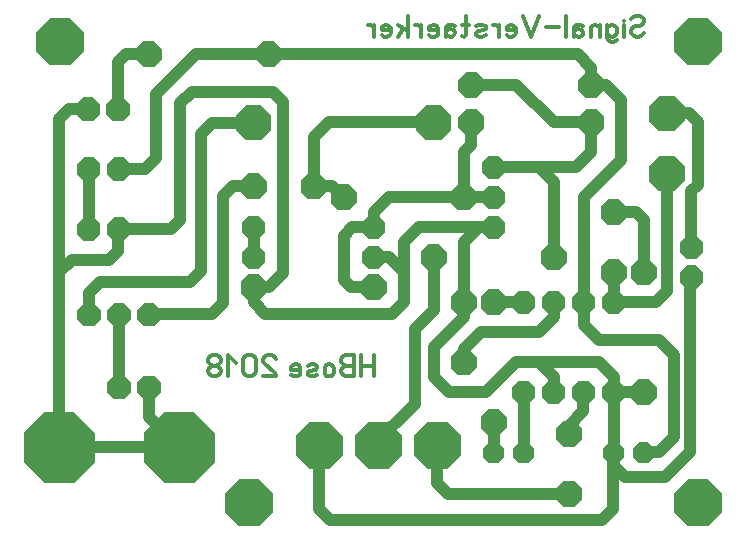
<source format=gbr>
%FSLAX34Y34*%
%MOMM*%
%LNCOPPER_BOTTOM*%
G71*
G01*
%ADD10C,1.000*%
%ADD11C,0.318*%
%LPD*%
G36*
X178850Y-91975D02*
X187625Y-83200D01*
X200075Y-83200D01*
X208850Y-91975D01*
X208850Y-104425D01*
X200075Y-113200D01*
X187625Y-113200D01*
X178850Y-104425D01*
X178850Y-91975D01*
G37*
G36*
X331250Y-91975D02*
X340025Y-83200D01*
X352475Y-83200D01*
X361250Y-91975D01*
X361250Y-104425D01*
X352475Y-113200D01*
X340025Y-113200D01*
X331250Y-104425D01*
X331250Y-91975D01*
G37*
G36*
X255650Y-156740D02*
X249215Y-163175D01*
X240085Y-163175D01*
X233650Y-156740D01*
X233650Y-147610D01*
X240085Y-141175D01*
X249215Y-141175D01*
X255650Y-147610D01*
X255650Y-156740D01*
G37*
G36*
X204850Y-156740D02*
X198415Y-163175D01*
X189285Y-163175D01*
X182850Y-156740D01*
X182850Y-147610D01*
X189285Y-141175D01*
X198415Y-141175D01*
X204850Y-147610D01*
X204850Y-156740D01*
G37*
G36*
X109576Y-250918D02*
X115426Y-256768D01*
X115426Y-265068D01*
X109576Y-270918D01*
X101276Y-270918D01*
X95426Y-265068D01*
X95426Y-256768D01*
X101276Y-250918D01*
X109576Y-250918D01*
G37*
G36*
X84176Y-250918D02*
X90026Y-256768D01*
X90026Y-265068D01*
X84176Y-270918D01*
X75876Y-270918D01*
X70026Y-265068D01*
X70026Y-256768D01*
X75876Y-250918D01*
X84176Y-250918D01*
G37*
G36*
X58776Y-250918D02*
X64626Y-256768D01*
X64626Y-265068D01*
X58776Y-270918D01*
X50476Y-270918D01*
X44626Y-265068D01*
X44626Y-256768D01*
X50476Y-250918D01*
X58776Y-250918D01*
G37*
G54D10*
X346250Y-98200D02*
X257350Y-98200D01*
X244650Y-110900D01*
X244650Y-152175D01*
G36*
X259050Y-157135D02*
X265485Y-150700D01*
X274615Y-150700D01*
X281050Y-157135D01*
X281050Y-166265D01*
X274615Y-172700D01*
X265485Y-172700D01*
X259050Y-166265D01*
X259050Y-157135D01*
G37*
G36*
X360650Y-157135D02*
X367085Y-150700D01*
X376215Y-150700D01*
X382650Y-157135D01*
X382650Y-166265D01*
X376215Y-172700D01*
X367085Y-172700D01*
X360650Y-166265D01*
X360650Y-157135D01*
G37*
G36*
X305450Y-191250D02*
X299600Y-197100D01*
X291300Y-197100D01*
X285450Y-191250D01*
X285450Y-182950D01*
X291300Y-177100D01*
X299600Y-177100D01*
X305450Y-182950D01*
X305450Y-191250D01*
G37*
G36*
X203850Y-191250D02*
X198000Y-197100D01*
X189700Y-197100D01*
X183850Y-191250D01*
X183850Y-182950D01*
X189700Y-177100D01*
X198000Y-177100D01*
X203850Y-182950D01*
X203850Y-191250D01*
G37*
G36*
X305450Y-216650D02*
X299600Y-222500D01*
X291300Y-222500D01*
X285450Y-216650D01*
X285450Y-208350D01*
X291300Y-202500D01*
X299600Y-202500D01*
X305450Y-208350D01*
X305450Y-216650D01*
G37*
G36*
X203850Y-216650D02*
X198000Y-222500D01*
X189700Y-222500D01*
X183850Y-216650D01*
X183850Y-208350D01*
X189700Y-202500D01*
X198000Y-202500D01*
X203850Y-208350D01*
X203850Y-216650D01*
G37*
G54D10*
X193850Y-187100D02*
X193850Y-212500D01*
G36*
X387050Y-157550D02*
X392900Y-151700D01*
X401200Y-151700D01*
X407050Y-157550D01*
X407050Y-165850D01*
X401200Y-171700D01*
X392900Y-171700D01*
X387050Y-165850D01*
X387050Y-157550D01*
G37*
G36*
X387050Y-132150D02*
X392900Y-126300D01*
X401200Y-126300D01*
X407050Y-132150D01*
X407050Y-140450D01*
X401200Y-146300D01*
X392900Y-146300D01*
X387050Y-140450D01*
X387050Y-132150D01*
G37*
G36*
X387050Y-182950D02*
X392900Y-177100D01*
X401200Y-177100D01*
X407050Y-182950D01*
X407050Y-191250D01*
X401200Y-197100D01*
X392900Y-197100D01*
X387050Y-191250D01*
X387050Y-182950D01*
G37*
G36*
X182850Y-233335D02*
X189285Y-226900D01*
X198415Y-226900D01*
X204850Y-233335D01*
X204850Y-242465D01*
X198415Y-248900D01*
X189285Y-248900D01*
X182850Y-242465D01*
X182850Y-233335D01*
G37*
G36*
X284450Y-233335D02*
X290885Y-226900D01*
X300015Y-226900D01*
X306450Y-233335D01*
X306450Y-242465D01*
X300015Y-248900D01*
X290885Y-248900D01*
X284450Y-242465D01*
X284450Y-233335D01*
G37*
G36*
X367000Y-93635D02*
X373435Y-87200D01*
X382565Y-87200D01*
X389000Y-93635D01*
X389000Y-102765D01*
X382565Y-109200D01*
X373435Y-109200D01*
X367000Y-102765D01*
X367000Y-93635D01*
G37*
G36*
X468600Y-93635D02*
X475035Y-87200D01*
X484165Y-87200D01*
X490600Y-93635D01*
X490600Y-102765D01*
X484165Y-109200D01*
X475035Y-109200D01*
X468600Y-102765D01*
X468600Y-93635D01*
G37*
G54D10*
X295450Y-237900D02*
X276400Y-237900D01*
X270050Y-231550D01*
X270050Y-194250D01*
X277200Y-187100D01*
X295450Y-187100D01*
G54D10*
X295450Y-212500D02*
X308150Y-212500D01*
X320850Y-225200D01*
X320850Y-250600D01*
X311325Y-260125D01*
X203375Y-260125D01*
X193850Y-250600D01*
X193850Y-237900D01*
G54D10*
X295450Y-187100D02*
X295450Y-174400D01*
X308150Y-161700D01*
X371650Y-161700D01*
G54D10*
X371650Y-161700D02*
X371650Y-123600D01*
X378000Y-117250D01*
X378000Y-98200D01*
G54D10*
X397050Y-161700D02*
X371650Y-161700D01*
G54D10*
X397050Y-136300D02*
X466900Y-136300D01*
X479600Y-123600D01*
X479600Y-98200D01*
G54D10*
X397050Y-187100D02*
X333550Y-187100D01*
X320850Y-199800D01*
X320850Y-225200D01*
G36*
X367000Y-61885D02*
X373435Y-55450D01*
X382565Y-55450D01*
X389000Y-61885D01*
X389000Y-71015D01*
X382565Y-77450D01*
X373435Y-77450D01*
X367000Y-71015D01*
X367000Y-61885D01*
G37*
G36*
X468600Y-61885D02*
X475035Y-55450D01*
X484165Y-55450D01*
X490600Y-61885D01*
X490600Y-71015D01*
X484165Y-77450D01*
X475035Y-77450D01*
X468600Y-71015D01*
X468600Y-61885D01*
G37*
G36*
X458850Y-217065D02*
X452415Y-223500D01*
X443285Y-223500D01*
X436850Y-217065D01*
X436850Y-207935D01*
X443285Y-201500D01*
X452415Y-201500D01*
X458850Y-207935D01*
X458850Y-217065D01*
G37*
G36*
X357250Y-217065D02*
X350815Y-223500D01*
X341685Y-223500D01*
X335250Y-217065D01*
X335250Y-207935D01*
X341685Y-201500D01*
X350815Y-201500D01*
X357250Y-207935D01*
X357250Y-217065D01*
G37*
G54D10*
X447850Y-212500D02*
X447850Y-149000D01*
X435150Y-136300D01*
G36*
X455985Y-423525D02*
X449550Y-417090D01*
X449550Y-407960D01*
X455985Y-401525D01*
X465115Y-401525D01*
X471550Y-407960D01*
X471550Y-417090D01*
X465115Y-423525D01*
X455985Y-423525D01*
G37*
G36*
X455985Y-372725D02*
X449550Y-366290D01*
X449550Y-357160D01*
X455985Y-350725D01*
X465115Y-350725D01*
X471550Y-357160D01*
X471550Y-366290D01*
X465115Y-372725D01*
X455985Y-372725D01*
G37*
G36*
X418300Y-336800D02*
X412450Y-330950D01*
X412450Y-322650D01*
X418300Y-316800D01*
X426600Y-316800D01*
X432450Y-322650D01*
X432450Y-330950D01*
X426600Y-336800D01*
X418300Y-336800D01*
G37*
G36*
X443700Y-336800D02*
X437850Y-330950D01*
X437850Y-322650D01*
X443700Y-316800D01*
X452000Y-316800D01*
X457850Y-322650D01*
X457850Y-330950D01*
X452000Y-336800D01*
X443700Y-336800D01*
G37*
G36*
X469100Y-336800D02*
X463250Y-330950D01*
X463250Y-322650D01*
X469100Y-316800D01*
X477400Y-316800D01*
X483250Y-322650D01*
X483250Y-330950D01*
X477400Y-336800D01*
X469100Y-336800D01*
G37*
G36*
X494500Y-336800D02*
X488650Y-330950D01*
X488650Y-322650D01*
X494500Y-316800D01*
X502800Y-316800D01*
X508650Y-322650D01*
X508650Y-330950D01*
X502800Y-336800D01*
X494500Y-336800D01*
G37*
G36*
X418300Y-260600D02*
X412450Y-254750D01*
X412450Y-246450D01*
X418300Y-240600D01*
X426600Y-240600D01*
X432450Y-246450D01*
X432450Y-254750D01*
X426600Y-260600D01*
X418300Y-260600D01*
G37*
G36*
X443700Y-260600D02*
X437850Y-254750D01*
X437850Y-246450D01*
X443700Y-240600D01*
X452000Y-240600D01*
X457850Y-246450D01*
X457850Y-254750D01*
X452000Y-260600D01*
X443700Y-260600D01*
G37*
G36*
X469100Y-260600D02*
X463250Y-254750D01*
X463250Y-246450D01*
X469100Y-240600D01*
X477400Y-240600D01*
X483250Y-246450D01*
X483250Y-254750D01*
X477400Y-260600D01*
X469100Y-260600D01*
G37*
G36*
X494500Y-260600D02*
X488650Y-254750D01*
X488650Y-246450D01*
X494500Y-240600D01*
X502800Y-240600D01*
X508650Y-246450D01*
X508650Y-254750D01*
X502800Y-260600D01*
X494500Y-260600D01*
G37*
G54D10*
X473250Y-250600D02*
X473250Y-161700D01*
X505000Y-129950D01*
X505000Y-79150D01*
X492300Y-66450D01*
X479600Y-66450D01*
G36*
X388050Y-373865D02*
X393315Y-368600D01*
X400785Y-368600D01*
X406050Y-373865D01*
X406050Y-381335D01*
X400785Y-386600D01*
X393315Y-386600D01*
X388050Y-381335D01*
X388050Y-373865D01*
G37*
G36*
X413450Y-373865D02*
X418715Y-368600D01*
X426185Y-368600D01*
X431450Y-373865D01*
X431450Y-381335D01*
X426185Y-386600D01*
X418715Y-386600D01*
X413450Y-381335D01*
X413450Y-373865D01*
G37*
G36*
X392485Y-363200D02*
X386050Y-356765D01*
X386050Y-347635D01*
X392485Y-341200D01*
X401615Y-341200D01*
X408050Y-347635D01*
X408050Y-356765D01*
X401615Y-363200D01*
X392485Y-363200D01*
G37*
G36*
X392485Y-261600D02*
X386050Y-255165D01*
X386050Y-246035D01*
X392485Y-239600D01*
X401615Y-239600D01*
X408050Y-246035D01*
X408050Y-255165D01*
X401615Y-261600D01*
X392485Y-261600D01*
G37*
G54D10*
X422450Y-250600D02*
X397050Y-250600D01*
G54D10*
X422450Y-377600D02*
X422450Y-326800D01*
G54D10*
X397050Y-377600D02*
X397050Y-352200D01*
G36*
X367085Y-312400D02*
X360650Y-305965D01*
X360650Y-296835D01*
X367085Y-290400D01*
X376215Y-290400D01*
X382650Y-296835D01*
X382650Y-305965D01*
X376215Y-312400D01*
X367085Y-312400D01*
G37*
G36*
X367085Y-261600D02*
X360650Y-255165D01*
X360650Y-246035D01*
X367085Y-239600D01*
X376215Y-239600D01*
X382650Y-246035D01*
X382650Y-255165D01*
X376215Y-261600D01*
X367085Y-261600D01*
G37*
G54D10*
X371650Y-250600D02*
X371650Y-199800D01*
X384350Y-187100D01*
G54D10*
X447850Y-250600D02*
X447850Y-263300D01*
X435150Y-276000D01*
X385950Y-276000D01*
X371650Y-290300D01*
X371650Y-301400D01*
G54D10*
X371650Y-250600D02*
X371650Y-263300D01*
X346250Y-288700D01*
X346250Y-314100D01*
X358950Y-326800D01*
X390700Y-326800D01*
X416100Y-301400D01*
X485950Y-301400D01*
X498650Y-314100D01*
X498650Y-326800D01*
G54D10*
X447850Y-326800D02*
X447850Y-314100D01*
X435150Y-301400D01*
G36*
X494085Y-236200D02*
X487650Y-229765D01*
X487650Y-220635D01*
X494085Y-214200D01*
X503215Y-214200D01*
X509650Y-220635D01*
X509650Y-229765D01*
X503215Y-236200D01*
X494085Y-236200D01*
G37*
G36*
X494085Y-185400D02*
X487650Y-178965D01*
X487650Y-169835D01*
X494085Y-163400D01*
X503215Y-163400D01*
X509650Y-169835D01*
X509650Y-178965D01*
X503215Y-185400D01*
X494085Y-185400D01*
G37*
G54D10*
X498650Y-250600D02*
X498650Y-225200D01*
G36*
X519485Y-337800D02*
X513050Y-331365D01*
X513050Y-322235D01*
X519485Y-315800D01*
X528615Y-315800D01*
X535050Y-322235D01*
X535050Y-331365D01*
X528615Y-337800D01*
X519485Y-337800D01*
G37*
G36*
X519485Y-236200D02*
X513050Y-229765D01*
X513050Y-220635D01*
X519485Y-214200D01*
X528615Y-214200D01*
X535050Y-220635D01*
X535050Y-229765D01*
X528615Y-236200D01*
X519485Y-236200D01*
G37*
G36*
X489650Y-373865D02*
X494915Y-368600D01*
X502385Y-368600D01*
X507650Y-373865D01*
X507650Y-381335D01*
X502385Y-386600D01*
X494915Y-386600D01*
X489650Y-381335D01*
X489650Y-373865D01*
G37*
G36*
X515050Y-373865D02*
X520315Y-368600D01*
X527785Y-368600D01*
X533050Y-373865D01*
X533050Y-381335D01*
X527785Y-386600D01*
X520315Y-386600D01*
X515050Y-381335D01*
X515050Y-373865D01*
G37*
G54D10*
X498650Y-377600D02*
X498650Y-326800D01*
G54D10*
X524050Y-326800D02*
X498650Y-326800D01*
G54D10*
X498650Y-174400D02*
X517700Y-174400D01*
X524050Y-180750D01*
X524050Y-225200D01*
G54D10*
X473250Y-250600D02*
X473250Y-269650D01*
X485950Y-282350D01*
X536750Y-282350D01*
X549450Y-295050D01*
X549450Y-364900D01*
X536750Y-377600D01*
X524050Y-377600D01*
G36*
X549919Y-75462D02*
X558694Y-84236D01*
X558694Y-96686D01*
X549919Y-105462D01*
X537469Y-105462D01*
X528694Y-96686D01*
X528694Y-84236D01*
X537469Y-75462D01*
X549919Y-75462D01*
G37*
G36*
X549919Y-126262D02*
X558694Y-135036D01*
X558694Y-147486D01*
X549919Y-156262D01*
X537469Y-156262D01*
X528694Y-147486D01*
X528694Y-135036D01*
X537469Y-126262D01*
X549919Y-126262D01*
G37*
G36*
X554531Y-199619D02*
X560381Y-193769D01*
X568681Y-193769D01*
X574531Y-199619D01*
X574531Y-207919D01*
X568681Y-213769D01*
X560381Y-213769D01*
X554531Y-207919D01*
X554531Y-199619D01*
G37*
G36*
X554531Y-225019D02*
X560381Y-219169D01*
X568681Y-219169D01*
X574531Y-225019D01*
X574531Y-233319D01*
X568681Y-239169D01*
X560381Y-239169D01*
X554531Y-233319D01*
X554531Y-225019D01*
G37*
G36*
X49972Y-198659D02*
X44122Y-192809D01*
X44122Y-184509D01*
X49972Y-178659D01*
X58272Y-178659D01*
X64122Y-184509D01*
X64122Y-192809D01*
X58272Y-198659D01*
X49972Y-198659D01*
G37*
G36*
X75372Y-198659D02*
X69522Y-192809D01*
X69522Y-184509D01*
X75372Y-178659D01*
X83672Y-178659D01*
X89522Y-184509D01*
X89522Y-192809D01*
X83672Y-198659D01*
X75372Y-198659D01*
G37*
G36*
X93950Y-35691D02*
X100385Y-29256D01*
X109515Y-29256D01*
X115950Y-35691D01*
X115950Y-44821D01*
X109515Y-51256D01*
X100385Y-51256D01*
X93950Y-44821D01*
X93950Y-35691D01*
G37*
G36*
X195550Y-35691D02*
X201985Y-29256D01*
X211115Y-29256D01*
X217550Y-35691D01*
X217550Y-44821D01*
X211115Y-51256D01*
X201985Y-51256D01*
X195550Y-44821D01*
X195550Y-35691D01*
G37*
G36*
X83700Y-127887D02*
X89550Y-133737D01*
X89550Y-142037D01*
X83700Y-147887D01*
X75400Y-147887D01*
X69550Y-142037D01*
X69550Y-133737D01*
X75400Y-127887D01*
X83700Y-127887D01*
G37*
G36*
X58300Y-127887D02*
X64150Y-133737D01*
X64150Y-142037D01*
X58300Y-147887D01*
X50000Y-147887D01*
X44150Y-142037D01*
X44150Y-133737D01*
X50000Y-127887D01*
X58300Y-127887D01*
G37*
G54D11*
X295716Y-313008D02*
X295716Y-295231D01*
G54D11*
X285050Y-313008D02*
X285050Y-295231D01*
G54D11*
X295716Y-304120D02*
X285050Y-304120D01*
G54D11*
X278828Y-313008D02*
X278828Y-295231D01*
X272161Y-295231D01*
X269494Y-296342D01*
X268161Y-298564D01*
X268161Y-300786D01*
X269494Y-303008D01*
X272161Y-304120D01*
X269494Y-305231D01*
X268161Y-307453D01*
X268161Y-309675D01*
X269494Y-311897D01*
X272161Y-313008D01*
X278828Y-313008D01*
G54D11*
X278828Y-304120D02*
X272161Y-304120D01*
G54D11*
X253938Y-310342D02*
X253938Y-305897D01*
X255272Y-303675D01*
X257938Y-303008D01*
X260605Y-303675D01*
X261938Y-305897D01*
X261938Y-310342D01*
X260605Y-312564D01*
X257938Y-313008D01*
X255272Y-312564D01*
X253938Y-310342D01*
G54D11*
X247716Y-311897D02*
X245050Y-313008D01*
X242383Y-313008D01*
X239716Y-311897D01*
X239716Y-309675D01*
X241050Y-308564D01*
X246383Y-307453D01*
X247716Y-306342D01*
X247716Y-304120D01*
X245050Y-303008D01*
X242383Y-303008D01*
X239716Y-304120D01*
G54D11*
X225494Y-311897D02*
X227628Y-313008D01*
X230294Y-313008D01*
X232961Y-311897D01*
X233494Y-309675D01*
X233494Y-305897D01*
X232161Y-303675D01*
X229494Y-303008D01*
X226828Y-303675D01*
X225494Y-305231D01*
X225494Y-307453D01*
X233494Y-307453D01*
G54D11*
X202117Y-313008D02*
X212784Y-313008D01*
X212784Y-311897D01*
X211450Y-309675D01*
X203450Y-303008D01*
X202117Y-300786D01*
X202117Y-298564D01*
X203450Y-296342D01*
X206117Y-295231D01*
X208784Y-295231D01*
X211450Y-296342D01*
X212784Y-298564D01*
G54D11*
X185228Y-298564D02*
X185228Y-309675D01*
X186561Y-311897D01*
X189228Y-313008D01*
X191894Y-313008D01*
X194561Y-311897D01*
X195894Y-309675D01*
X195894Y-298564D01*
X194561Y-296342D01*
X191894Y-295231D01*
X189228Y-295231D01*
X186561Y-296342D01*
X185228Y-298564D01*
G54D11*
X179006Y-301897D02*
X172339Y-295231D01*
X172339Y-313008D01*
G54D11*
X159450Y-304120D02*
X162116Y-304120D01*
X164783Y-303008D01*
X166116Y-300786D01*
X166116Y-298564D01*
X164783Y-296342D01*
X162116Y-295231D01*
X159450Y-295231D01*
X156783Y-296342D01*
X155450Y-298564D01*
X155450Y-300786D01*
X156783Y-303008D01*
X159450Y-304120D01*
X156783Y-305231D01*
X155450Y-307453D01*
X155450Y-309675D01*
X156783Y-311897D01*
X159450Y-313008D01*
X162116Y-313008D01*
X164783Y-311897D01*
X166116Y-309675D01*
X166116Y-307453D01*
X164783Y-305231D01*
X162116Y-304120D01*
G54D11*
X524397Y-22177D02*
X523064Y-24400D01*
X520397Y-25511D01*
X517731Y-25511D01*
X515064Y-24400D01*
X513731Y-22177D01*
X513731Y-19955D01*
X515064Y-17733D01*
X517731Y-16622D01*
X520397Y-16622D01*
X523064Y-15511D01*
X524397Y-13288D01*
X524397Y-11066D01*
X523064Y-8844D01*
X520397Y-7733D01*
X517731Y-7733D01*
X515064Y-8844D01*
X513731Y-11066D01*
G54D11*
X507508Y-25511D02*
X507508Y-15511D01*
G54D11*
X507508Y-12177D02*
X507508Y-12177D01*
G54D11*
X501286Y-28844D02*
X498620Y-29955D01*
X496753Y-29955D01*
X494086Y-28844D01*
X493286Y-26622D01*
X493286Y-15511D01*
G54D11*
X493286Y-18400D02*
X494620Y-16177D01*
X497286Y-15511D01*
X499953Y-16177D01*
X501286Y-18400D01*
X501286Y-22844D01*
X499953Y-25066D01*
X497286Y-25511D01*
X494620Y-25066D01*
X493286Y-22844D01*
G54D11*
X487064Y-25511D02*
X487064Y-15511D01*
G54D11*
X487064Y-17733D02*
X485731Y-16177D01*
X483064Y-15511D01*
X480398Y-16177D01*
X479064Y-17733D01*
X479064Y-25511D01*
G54D11*
X472842Y-16622D02*
X470176Y-15511D01*
X466976Y-15511D01*
X464842Y-17733D01*
X464842Y-25511D01*
G54D11*
X464842Y-22177D02*
X466176Y-19955D01*
X468842Y-19511D01*
X471509Y-19955D01*
X472842Y-22177D01*
X472309Y-24400D01*
X470176Y-25511D01*
X468842Y-25511D01*
X468309Y-25511D01*
X466176Y-24400D01*
X464842Y-22177D01*
G54D11*
X458620Y-25511D02*
X458620Y-7733D01*
G54D11*
X452398Y-17733D02*
X441732Y-17733D01*
G54D11*
X435509Y-7733D02*
X428843Y-25511D01*
X422176Y-7733D01*
G54D11*
X407954Y-24400D02*
X410088Y-25511D01*
X412754Y-25511D01*
X415421Y-24400D01*
X415954Y-22177D01*
X415954Y-18400D01*
X414621Y-16177D01*
X411954Y-15511D01*
X409288Y-16177D01*
X407954Y-17733D01*
X407954Y-19955D01*
X415954Y-19955D01*
G54D11*
X401732Y-25511D02*
X401732Y-15511D01*
G54D11*
X401732Y-17733D02*
X399066Y-15511D01*
X396399Y-15511D01*
G54D11*
X390177Y-24400D02*
X387511Y-25511D01*
X384844Y-25511D01*
X382177Y-24400D01*
X382177Y-22177D01*
X383511Y-21066D01*
X388844Y-19955D01*
X390177Y-18844D01*
X390177Y-16622D01*
X387511Y-15511D01*
X384844Y-15511D01*
X382177Y-16622D01*
G54D11*
X373289Y-7733D02*
X373289Y-24400D01*
X371955Y-25511D01*
X370622Y-25066D01*
G54D11*
X375955Y-15511D02*
X370622Y-15511D01*
G54D11*
X364400Y-16622D02*
X361734Y-15511D01*
X358534Y-15511D01*
X356400Y-17733D01*
X356400Y-25511D01*
G54D11*
X356400Y-22177D02*
X357734Y-19955D01*
X360400Y-19511D01*
X363067Y-19955D01*
X364400Y-22177D01*
X363867Y-24400D01*
X361734Y-25511D01*
X360400Y-25511D01*
X359867Y-25511D01*
X357734Y-24400D01*
X356400Y-22177D01*
G54D11*
X342178Y-24400D02*
X344312Y-25511D01*
X346978Y-25511D01*
X349645Y-24400D01*
X350178Y-22177D01*
X350178Y-18400D01*
X348845Y-16177D01*
X346178Y-15511D01*
X343512Y-16177D01*
X342178Y-17733D01*
X342178Y-19955D01*
X350178Y-19955D01*
G54D11*
X335956Y-25511D02*
X335956Y-15511D01*
G54D11*
X335956Y-17733D02*
X333290Y-15511D01*
X330623Y-15511D01*
G54D11*
X324401Y-25511D02*
X324401Y-7733D01*
G54D11*
X320401Y-18844D02*
X316401Y-25511D01*
G54D11*
X324401Y-21066D02*
X316401Y-15511D01*
G54D11*
X302179Y-24400D02*
X304313Y-25511D01*
X306979Y-25511D01*
X309646Y-24400D01*
X310179Y-22177D01*
X310179Y-18400D01*
X308846Y-16177D01*
X306179Y-15511D01*
X303513Y-16177D01*
X302179Y-17733D01*
X302179Y-19955D01*
X310179Y-19955D01*
G54D11*
X295957Y-25511D02*
X295957Y-15511D01*
G54D11*
X295957Y-17733D02*
X293291Y-15511D01*
X290624Y-15511D01*
G36*
X358075Y-351475D02*
X369775Y-363175D01*
X369775Y-379775D01*
X358075Y-391475D01*
X341475Y-391475D01*
X329775Y-379775D01*
X329775Y-363175D01*
X341475Y-351475D01*
X358075Y-351475D01*
G37*
G36*
X308075Y-351475D02*
X319775Y-363175D01*
X319775Y-379775D01*
X308075Y-391475D01*
X291475Y-391475D01*
X279775Y-379775D01*
X279775Y-363175D01*
X291475Y-351475D01*
X308075Y-351475D01*
G37*
G36*
X257661Y-351766D02*
X269361Y-363466D01*
X269361Y-380066D01*
X257661Y-391766D01*
X241061Y-391766D01*
X229361Y-380066D01*
X229361Y-363466D01*
X241061Y-351766D01*
X257661Y-351766D01*
G37*
G54D10*
X460550Y-361725D02*
X460550Y-355425D01*
X473075Y-342900D01*
X473075Y-326975D01*
X473250Y-326800D01*
G54D10*
X460375Y-412750D02*
X358775Y-412750D01*
X349250Y-403225D01*
X349250Y-371475D01*
G54D10*
X498475Y-377825D02*
X498475Y-425450D01*
X488950Y-434975D01*
X258762Y-434975D01*
X249238Y-425450D01*
X249238Y-371475D01*
G36*
X160725Y-385785D02*
X143175Y-403335D01*
X118275Y-403335D01*
X100725Y-385785D01*
X100725Y-360885D01*
X118275Y-343335D01*
X143175Y-343335D01*
X160725Y-360885D01*
X160725Y-385785D01*
G37*
G36*
X59125Y-385785D02*
X41575Y-403335D01*
X16675Y-403335D01*
X-875Y-385785D01*
X-875Y-360885D01*
X16675Y-343335D01*
X41575Y-343335D01*
X59125Y-360885D01*
X59125Y-385785D01*
G37*
G36*
X89925Y-326685D02*
X84075Y-332535D01*
X75775Y-332535D01*
X69925Y-326685D01*
X69925Y-318385D01*
X75775Y-312535D01*
X84075Y-312535D01*
X89925Y-318385D01*
X89925Y-326685D01*
G37*
G36*
X115325Y-326685D02*
X109475Y-332535D01*
X101175Y-332535D01*
X95325Y-326685D01*
X95325Y-318385D01*
X101175Y-312535D01*
X109475Y-312535D01*
X115325Y-318385D01*
X115325Y-326685D01*
G37*
G36*
X83406Y-76874D02*
X89256Y-82724D01*
X89256Y-91024D01*
X83406Y-96874D01*
X75106Y-96874D01*
X69256Y-91024D01*
X69256Y-82724D01*
X75106Y-76874D01*
X83406Y-76874D01*
G37*
G36*
X58006Y-76874D02*
X63856Y-82724D01*
X63856Y-91024D01*
X58006Y-96874D01*
X49706Y-96874D01*
X43856Y-91024D01*
X43856Y-82724D01*
X49706Y-76874D01*
X58006Y-76874D01*
G37*
G54D10*
X498650Y-250600D02*
X534419Y-250600D01*
X543719Y-241300D01*
X543719Y-141286D01*
X543694Y-141262D01*
G54D10*
X498650Y-377600D02*
X498650Y-389112D01*
X508000Y-398462D01*
X542131Y-398462D01*
X563562Y-377031D01*
X563562Y-230138D01*
X564531Y-229169D01*
G54D10*
X564531Y-203769D02*
X564531Y-156194D01*
X569912Y-150812D01*
X569912Y-97631D01*
X562769Y-90488D01*
X543720Y-90488D01*
X543694Y-90462D01*
G36*
X10000Y-21700D02*
X21700Y-10000D01*
X38300Y-10000D01*
X50000Y-21700D01*
X50000Y-38300D01*
X38300Y-50000D01*
X21700Y-50000D01*
X10000Y-38300D01*
X10000Y-21700D01*
G37*
G36*
X550000Y-21700D02*
X561700Y-10000D01*
X578300Y-10000D01*
X590000Y-21700D01*
X590000Y-38300D01*
X578300Y-50000D01*
X561700Y-50000D01*
X550000Y-38300D01*
X550000Y-21700D01*
G37*
G54D10*
X346250Y-212500D02*
X346250Y-257000D01*
X330200Y-273050D01*
X330200Y-336550D01*
X295275Y-371475D01*
G54D10*
X105325Y-322535D02*
X105325Y-347935D01*
X130725Y-373335D01*
G54D10*
X29125Y-373335D02*
X130725Y-373335D01*
G54D10*
X80026Y-260918D02*
X79925Y-322535D01*
G54D10*
X193850Y-152175D02*
X176438Y-152175D01*
X168275Y-160338D01*
X168275Y-250825D01*
X158750Y-260350D01*
X105518Y-260350D01*
X104950Y-260918D01*
G54D10*
X54150Y-260918D02*
X54150Y-242713D01*
X63500Y-233362D01*
X139700Y-233362D01*
X149225Y-223838D01*
X149225Y-107950D01*
X158750Y-98425D01*
X193625Y-98425D01*
X193850Y-98200D01*
G54D10*
X244650Y-152175D02*
X260525Y-152175D01*
X270050Y-161700D01*
G54D10*
X378000Y-66450D02*
X416150Y-66450D01*
X447900Y-98200D01*
X479600Y-98200D01*
G54D10*
X29125Y-368969D02*
X29125Y-225272D01*
X39688Y-214709D01*
X71438Y-214709D01*
X79375Y-206772D01*
X79522Y-188659D01*
G54D10*
X54122Y-188659D02*
X54150Y-137094D01*
G54D10*
X29125Y-229638D02*
X29125Y-95494D01*
X37703Y-86916D01*
X53814Y-86916D01*
X53856Y-86874D01*
G54D10*
X104950Y-40256D02*
X85950Y-40256D01*
X79375Y-46831D01*
X79375Y-78420D01*
X79256Y-78540D01*
G54D10*
X79550Y-137887D02*
X101825Y-137887D01*
X111125Y-128588D01*
X111125Y-74116D01*
X144984Y-40256D01*
X206550Y-40256D01*
G54D10*
X479600Y-66450D02*
X479600Y-51769D01*
X468312Y-40481D01*
X215503Y-40481D01*
X215106Y-40084D01*
G36*
X550000Y-411700D02*
X561700Y-400000D01*
X578300Y-400000D01*
X590000Y-411700D01*
X590000Y-428300D01*
X578300Y-440000D01*
X561700Y-440000D01*
X550000Y-428300D01*
X550000Y-411700D01*
G37*
G36*
X170000Y-411700D02*
X181700Y-400000D01*
X198300Y-400000D01*
X210000Y-411700D01*
X210000Y-428300D01*
X198300Y-440000D01*
X181700Y-440000D01*
X170000Y-428300D01*
X170000Y-411700D01*
G37*
G54D10*
X193850Y-237900D02*
X206550Y-237900D01*
X219075Y-225375D01*
X219075Y-80962D01*
X210344Y-72231D01*
X141288Y-72231D01*
X131762Y-81756D01*
X131762Y-180975D01*
X124078Y-188659D01*
X79522Y-188659D01*
M02*

</source>
